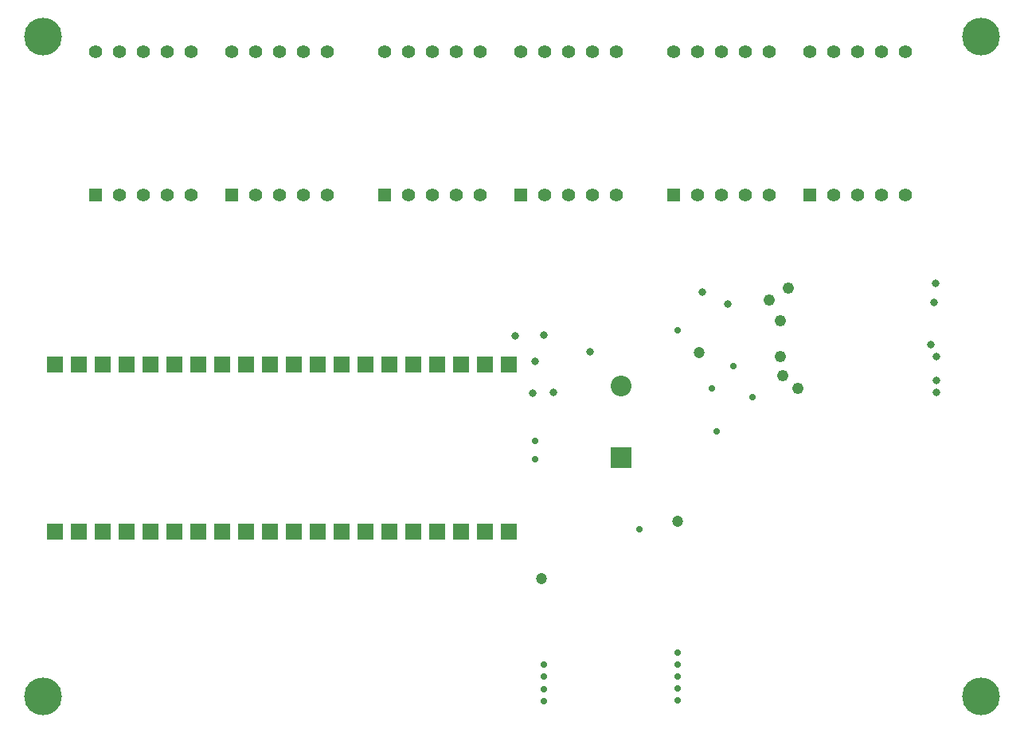
<source format=gbs>
G04*
G04 #@! TF.GenerationSoftware,Altium Limited,Altium Designer,25.8.1 (18)*
G04*
G04 Layer_Color=16711935*
%FSLAX25Y25*%
%MOIN*%
G70*
G04*
G04 #@! TF.SameCoordinates,1EE29D71-5A0B-43A1-B93D-2EDC50B85403*
G04*
G04*
G04 #@! TF.FilePolarity,Negative*
G04*
G01*
G75*
%ADD35R,0.06737X0.06737*%
%ADD36R,0.05595X0.05595*%
%ADD37C,0.05595*%
%ADD38R,0.08674X0.08674*%
%ADD39C,0.08674*%
%ADD40C,0.15800*%
%ADD41C,0.04737*%
%ADD42C,0.02800*%
%ADD43C,0.03200*%
%ADD44C,0.04800*%
D35*
X203000Y252000D02*
D03*
X163000D02*
D03*
X153000D02*
D03*
X143000D02*
D03*
X223000D02*
D03*
X133000D02*
D03*
X183000D02*
D03*
X233000D02*
D03*
X193000D02*
D03*
X173000D02*
D03*
X213000D02*
D03*
X243000D02*
D03*
X123000D02*
D03*
X283000Y322000D02*
D03*
X313000Y252000D02*
D03*
X303000D02*
D03*
X313000Y322000D02*
D03*
X283000Y252000D02*
D03*
X303000Y322000D02*
D03*
X293000D02*
D03*
Y252000D02*
D03*
X253000D02*
D03*
X273000Y322000D02*
D03*
X263000Y252000D02*
D03*
Y322000D02*
D03*
X253000D02*
D03*
X273000Y252000D02*
D03*
X153000Y322000D02*
D03*
X143000D02*
D03*
X133000D02*
D03*
X123000D02*
D03*
X193000D02*
D03*
X203000D02*
D03*
X233000D02*
D03*
X223000D02*
D03*
X173000D02*
D03*
X163000D02*
D03*
X213000D02*
D03*
X243000D02*
D03*
X183000D02*
D03*
D36*
X140000Y393000D02*
D03*
X197000D02*
D03*
X261000D02*
D03*
X318000D02*
D03*
X382000D02*
D03*
X439000D02*
D03*
D37*
X150000D02*
D03*
X160000D02*
D03*
X170000D02*
D03*
X180000D02*
D03*
Y453000D02*
D03*
X170000D02*
D03*
X160000D02*
D03*
X150000D02*
D03*
X140000D02*
D03*
X207000Y393000D02*
D03*
X217000D02*
D03*
X227000D02*
D03*
X237000D02*
D03*
Y453000D02*
D03*
X227000D02*
D03*
X217000D02*
D03*
X207000D02*
D03*
X197000D02*
D03*
X271000Y393000D02*
D03*
X281000D02*
D03*
X291000D02*
D03*
X301000D02*
D03*
Y453000D02*
D03*
X291000D02*
D03*
X281000D02*
D03*
X271000D02*
D03*
X261000D02*
D03*
X328000Y393000D02*
D03*
X338000D02*
D03*
X348000D02*
D03*
X358000D02*
D03*
Y453000D02*
D03*
X348000D02*
D03*
X338000D02*
D03*
X328000D02*
D03*
X318000D02*
D03*
X392000Y393000D02*
D03*
X402000D02*
D03*
X412000D02*
D03*
X422000D02*
D03*
Y453000D02*
D03*
X412000D02*
D03*
X402000D02*
D03*
X392000D02*
D03*
X382000D02*
D03*
X449000Y393000D02*
D03*
X459000D02*
D03*
X469000D02*
D03*
X479000D02*
D03*
Y453000D02*
D03*
X469000D02*
D03*
X459000D02*
D03*
X449000D02*
D03*
X439000D02*
D03*
D38*
X360000Y283039D02*
D03*
D39*
Y312961D02*
D03*
D40*
X510500Y183000D02*
D03*
Y459500D02*
D03*
X118000D02*
D03*
Y183000D02*
D03*
D41*
X392500Y327000D02*
D03*
X383500Y256500D02*
D03*
X326500Y232500D02*
D03*
D42*
X367500Y253000D02*
D03*
X383500Y336500D02*
D03*
X400000Y294000D02*
D03*
X398000Y312000D02*
D03*
X415000Y308500D02*
D03*
X407000Y321500D02*
D03*
X324000Y282500D02*
D03*
Y290000D02*
D03*
X383500Y201500D02*
D03*
Y196500D02*
D03*
Y191500D02*
D03*
Y186500D02*
D03*
Y181500D02*
D03*
X327500Y196500D02*
D03*
Y186000D02*
D03*
Y191500D02*
D03*
Y181000D02*
D03*
D43*
X491000Y348000D02*
D03*
X404500Y347500D02*
D03*
X394000Y352500D02*
D03*
X347000Y327500D02*
D03*
X331500Y310500D02*
D03*
X327500Y334500D02*
D03*
X315500Y334000D02*
D03*
X324000Y323500D02*
D03*
X323000Y310000D02*
D03*
X492000Y315500D02*
D03*
X489500Y330500D02*
D03*
X491500Y356000D02*
D03*
X492000Y310500D02*
D03*
Y325500D02*
D03*
D44*
X426500D02*
D03*
X430000Y354000D02*
D03*
X422000Y349000D02*
D03*
X427500Y317500D02*
D03*
X426500Y340500D02*
D03*
X434000Y312000D02*
D03*
M02*

</source>
